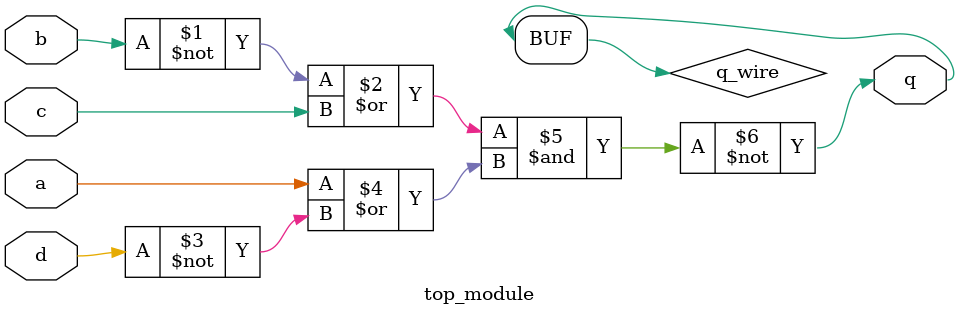
<source format=sv>
module top_module (
	input a, 
	input b, 
	input c, 
	input d,
	output q
);

// create internal wire q_wire to connect to output q
wire q_wire;

// implement the combinational logic
assign q_wire = ~((~b | c) & (a | ~d));

// connect q_wire to output q
assign q = q_wire;

endmodule

</source>
